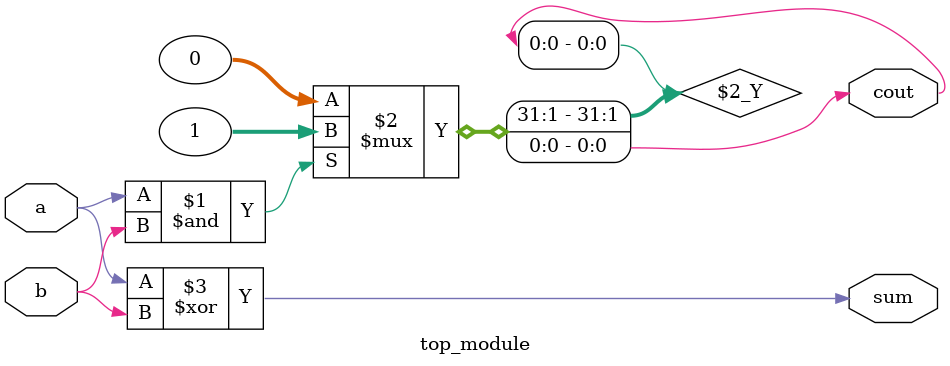
<source format=v>
module top_module( 
    input a, b,
    output cout, sum );
    
    assign cout = (a & b) ? 1 : 0;
    assign sum = a ^ b;

endmodule

</source>
